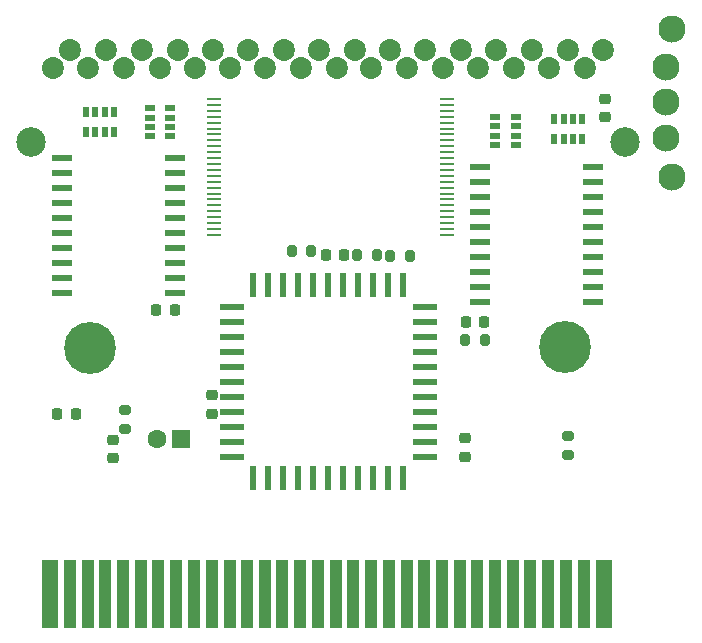
<source format=gbr>
%TF.GenerationSoftware,KiCad,Pcbnew,(6.0.2)*%
%TF.CreationDate,2022-08-24T14:22:50-05:00*%
%TF.ProjectId,CP RSF,43502052-5346-42e6-9b69-6361645f7063,rev?*%
%TF.SameCoordinates,Original*%
%TF.FileFunction,Soldermask,Top*%
%TF.FilePolarity,Negative*%
%FSLAX46Y46*%
G04 Gerber Fmt 4.6, Leading zero omitted, Abs format (unit mm)*
G04 Created by KiCad (PCBNEW (6.0.2)) date 2022-08-24 14:22:50*
%MOMM*%
%LPD*%
G01*
G04 APERTURE LIST*
G04 Aperture macros list*
%AMRoundRect*
0 Rectangle with rounded corners*
0 $1 Rounding radius*
0 $2 $3 $4 $5 $6 $7 $8 $9 X,Y pos of 4 corners*
0 Add a 4 corners polygon primitive as box body*
4,1,4,$2,$3,$4,$5,$6,$7,$8,$9,$2,$3,0*
0 Add four circle primitives for the rounded corners*
1,1,$1+$1,$2,$3*
1,1,$1+$1,$4,$5*
1,1,$1+$1,$6,$7*
1,1,$1+$1,$8,$9*
0 Add four rect primitives between the rounded corners*
20,1,$1+$1,$2,$3,$4,$5,0*
20,1,$1+$1,$4,$5,$6,$7,0*
20,1,$1+$1,$6,$7,$8,$9,0*
20,1,$1+$1,$8,$9,$2,$3,0*%
G04 Aperture macros list end*
%ADD10C,2.300000*%
%ADD11RoundRect,0.225000X-0.225000X-0.250000X0.225000X-0.250000X0.225000X0.250000X-0.225000X0.250000X0*%
%ADD12C,4.400000*%
%ADD13R,1.803400X0.533400*%
%ADD14R,0.939800X0.508000*%
%ADD15RoundRect,0.200000X0.200000X0.275000X-0.200000X0.275000X-0.200000X-0.275000X0.200000X-0.275000X0*%
%ADD16RoundRect,0.225000X-0.250000X0.225000X-0.250000X-0.225000X0.250000X-0.225000X0.250000X0.225000X0*%
%ADD17R,1.206500X0.279400*%
%ADD18RoundRect,0.225000X0.250000X-0.225000X0.250000X0.225000X-0.250000X0.225000X-0.250000X-0.225000X0*%
%ADD19C,2.500000*%
%ADD20R,0.584200X2.006600*%
%ADD21R,2.006600X0.584200*%
%ADD22R,1.600000X1.600000*%
%ADD23C,1.600000*%
%ADD24RoundRect,0.225000X0.225000X0.250000X-0.225000X0.250000X-0.225000X-0.250000X0.225000X-0.250000X0*%
%ADD25RoundRect,0.200000X-0.275000X0.200000X-0.275000X-0.200000X0.275000X-0.200000X0.275000X0.200000X0*%
%ADD26R,0.508000X0.939800*%
%ADD27C,1.860000*%
%ADD28R,1.430000X5.760000*%
%ADD29R,1.030000X5.760000*%
G04 APERTURE END LIST*
D10*
%TO.C,S1*%
X169552000Y-84772000D03*
X169540000Y-81722000D03*
X169568000Y-78698000D03*
X170027000Y-88067000D03*
X170038000Y-75501000D03*
%TD*%
D11*
%TO.C,C4*%
X140729000Y-94621000D03*
X142279000Y-94621000D03*
%TD*%
D12*
%TO.C,Hole3*%
X161043000Y-102433000D03*
%TD*%
D13*
%TO.C,U2*%
X153823800Y-87158000D03*
X153823800Y-88428000D03*
X153823800Y-89698000D03*
X153823800Y-90968000D03*
X153823800Y-92238000D03*
X153823800Y-93508000D03*
X153823800Y-94778000D03*
X153823800Y-96048000D03*
X153823800Y-97318000D03*
X153823800Y-98588000D03*
X163374200Y-98588000D03*
X163374200Y-97318000D03*
X163374200Y-96048000D03*
X163374200Y-94778000D03*
X163374200Y-93508000D03*
X163374200Y-92238000D03*
X163374200Y-90968000D03*
X163374200Y-89698000D03*
X163374200Y-88428000D03*
X163374200Y-87158000D03*
%TD*%
D14*
%TO.C,RP1*%
X125842000Y-82216401D03*
X125842000Y-83016002D03*
X125842000Y-83816000D03*
X125842000Y-84603201D03*
X127569200Y-84603201D03*
X127569200Y-83816000D03*
X127569200Y-83016002D03*
X127569200Y-82216401D03*
%TD*%
D15*
%TO.C,R5*%
X145061000Y-94653000D03*
X143411000Y-94653000D03*
%TD*%
D16*
%TO.C,C6*%
X131098000Y-106511000D03*
X131098000Y-108061000D03*
%TD*%
D17*
%TO.C,U3*%
X131322150Y-81431001D03*
X131322150Y-81931000D03*
X131322150Y-82430999D03*
X131322150Y-82931001D03*
X131322150Y-83431000D03*
X131322150Y-83930999D03*
X131322150Y-84431000D03*
X131322150Y-84930999D03*
X131322150Y-85431001D03*
X131322150Y-85931000D03*
X131322150Y-86430999D03*
X131322150Y-86931000D03*
X131322150Y-87431000D03*
X131322150Y-87931001D03*
X131322150Y-88431000D03*
X131322150Y-88930999D03*
X131322150Y-89431001D03*
X131322150Y-89931000D03*
X131322150Y-90431001D03*
X131322150Y-90931000D03*
X131322150Y-91430999D03*
X131322150Y-91931001D03*
X131322150Y-92431000D03*
X131322150Y-92931001D03*
X151019850Y-92930999D03*
X151019850Y-92431000D03*
X151019850Y-91931001D03*
X151019850Y-91430999D03*
X151019850Y-90931000D03*
X151019850Y-90430999D03*
X151019850Y-89931000D03*
X151019850Y-89431001D03*
X151019850Y-88930999D03*
X151019850Y-88431000D03*
X151019850Y-87930998D03*
X151019850Y-87431000D03*
X151019850Y-86931000D03*
X151019850Y-86430999D03*
X151019850Y-85931000D03*
X151019850Y-85431001D03*
X151019850Y-84930999D03*
X151019850Y-84431000D03*
X151019850Y-83930999D03*
X151019850Y-83431000D03*
X151019850Y-82931001D03*
X151019850Y-82430999D03*
X151019850Y-81931000D03*
X151019850Y-81430999D03*
%TD*%
D18*
%TO.C,C1*%
X122754000Y-111841000D03*
X122754000Y-110291000D03*
%TD*%
D19*
%TO.C,Hole1*%
X115831000Y-85035000D03*
%TD*%
D20*
%TO.C,U4*%
X140959000Y-113557800D03*
X142229000Y-113557800D03*
X143499000Y-113557800D03*
X144769000Y-113557800D03*
X146039000Y-113557800D03*
X147309000Y-113557800D03*
D21*
X149137800Y-111729000D03*
X149137800Y-110459000D03*
X149137800Y-109189000D03*
X149137800Y-107919000D03*
X149137800Y-106649000D03*
X149137800Y-105379000D03*
X149137800Y-104109000D03*
X149137800Y-102839000D03*
X149137800Y-101569000D03*
X149137800Y-100299000D03*
X149137800Y-99029000D03*
D20*
X147309000Y-97200200D03*
X146039000Y-97200200D03*
X144769000Y-97200200D03*
X143499000Y-97200200D03*
X142229000Y-97200200D03*
X140959000Y-97200200D03*
X139689000Y-97200200D03*
X138419000Y-97200200D03*
X137149000Y-97200200D03*
X135879000Y-97200200D03*
X134609000Y-97200200D03*
D21*
X132780200Y-99029000D03*
X132780200Y-100299000D03*
X132780200Y-101569000D03*
X132780200Y-102839000D03*
X132780200Y-104109000D03*
X132780200Y-105379000D03*
X132780200Y-106649000D03*
X132780200Y-107919000D03*
X132780200Y-109189000D03*
X132780200Y-110459000D03*
X132780200Y-111729000D03*
D20*
X134609000Y-113557800D03*
X135879000Y-113557800D03*
X137149000Y-113557800D03*
X138419000Y-113557800D03*
X139689000Y-113557800D03*
%TD*%
D15*
%TO.C,R3*%
X147840000Y-94693000D03*
X146190000Y-94693000D03*
%TD*%
D22*
%TO.C,C8*%
X128473100Y-110218000D03*
D23*
X126473100Y-110218000D03*
%TD*%
D19*
%TO.C,Hole2*%
X166073000Y-85049000D03*
%TD*%
D14*
%TO.C,RP4*%
X156838000Y-85351400D03*
X156838000Y-84551799D03*
X156838000Y-83751801D03*
X156838000Y-82964600D03*
X155110800Y-82964600D03*
X155110800Y-83751801D03*
X155110800Y-84551799D03*
X155110800Y-85351400D03*
%TD*%
D24*
%TO.C,C3*%
X154142000Y-100336000D03*
X152592000Y-100336000D03*
%TD*%
D11*
%TO.C,C5*%
X118016000Y-108068000D03*
X119566000Y-108068000D03*
%TD*%
D15*
%TO.C,R6*%
X154188000Y-101839000D03*
X152538000Y-101839000D03*
%TD*%
D25*
%TO.C,R1*%
X161272000Y-109950000D03*
X161272000Y-111600000D03*
%TD*%
D13*
%TO.C,U1*%
X127952200Y-97827000D03*
X127952200Y-96557000D03*
X127952200Y-95287000D03*
X127952200Y-94017000D03*
X127952200Y-92747000D03*
X127952200Y-91477000D03*
X127952200Y-90207000D03*
X127952200Y-88937000D03*
X127952200Y-87667000D03*
X127952200Y-86397000D03*
X118401800Y-86397000D03*
X118401800Y-87667000D03*
X118401800Y-88937000D03*
X118401800Y-90207000D03*
X118401800Y-91477000D03*
X118401800Y-92747000D03*
X118401800Y-94017000D03*
X118401800Y-95287000D03*
X118401800Y-96557000D03*
X118401800Y-97827000D03*
%TD*%
D18*
%TO.C,C9*%
X164396000Y-82939000D03*
X164396000Y-81389000D03*
%TD*%
D26*
%TO.C,RP2*%
X120434400Y-84228000D03*
X121234001Y-84228000D03*
X122033999Y-84228000D03*
X122821200Y-84228000D03*
X122821200Y-82500800D03*
X122033999Y-82500800D03*
X121234001Y-82500800D03*
X120434400Y-82500800D03*
%TD*%
D27*
%TO.C,J2*%
X164245000Y-77303000D03*
X162698500Y-78811000D03*
X161230100Y-77302900D03*
X159682000Y-78809000D03*
X158212000Y-77303000D03*
X156666000Y-78811000D03*
X155197600Y-77302900D03*
X153648000Y-78810000D03*
X152222000Y-77304000D03*
X150673200Y-78811000D03*
X149165100Y-77302900D03*
X147613000Y-78811000D03*
X146148800Y-77302900D03*
X144599000Y-78811000D03*
X143213000Y-77302000D03*
X141662000Y-78812000D03*
X140192000Y-77303000D03*
X138647000Y-78810000D03*
X137178000Y-77304000D03*
X135630000Y-78812000D03*
X134162000Y-77302000D03*
X132617000Y-78810000D03*
X131184000Y-77301000D03*
X129640000Y-78811000D03*
X128249000Y-77306000D03*
X126698000Y-78809000D03*
X125153000Y-77304000D03*
X123646000Y-78811000D03*
X122139000Y-77304000D03*
X120632000Y-78819000D03*
X119117000Y-77304000D03*
X117613500Y-78811000D03*
%TD*%
D28*
%TO.C,J1*%
X117389000Y-123302000D03*
D29*
X119084000Y-123298000D03*
X120579000Y-123298000D03*
X122086000Y-123298000D03*
X123577000Y-123298000D03*
X125084000Y-123298000D03*
X126579000Y-123298000D03*
X128086000Y-123308000D03*
X129580000Y-123303000D03*
X131079000Y-123307000D03*
X132598000Y-123307000D03*
X134081000Y-123307000D03*
X135588000Y-123307000D03*
X137081000Y-123306000D03*
X138588000Y-123306000D03*
X140095000Y-123306000D03*
X141578000Y-123306000D03*
X143080000Y-123306000D03*
X144586000Y-123306000D03*
X146081000Y-123306000D03*
X147588000Y-123306000D03*
X149083000Y-123306000D03*
X150587000Y-123311000D03*
X152082000Y-123299000D03*
X153577000Y-123299000D03*
X155084000Y-123299000D03*
X156584000Y-123298000D03*
X158079000Y-123298000D03*
X159598000Y-123298000D03*
X161087000Y-123305000D03*
X162582000Y-123305000D03*
D28*
X164280000Y-123305000D03*
%TD*%
D26*
%TO.C,RP3*%
X160081000Y-84827000D03*
X160880601Y-84827000D03*
X161680599Y-84827000D03*
X162467800Y-84827000D03*
X162467800Y-83099800D03*
X161680599Y-83099800D03*
X160880601Y-83099800D03*
X160081000Y-83099800D03*
%TD*%
D12*
%TO.C,Hole4*%
X120795000Y-102481000D03*
%TD*%
D25*
%TO.C,R2*%
X123711000Y-107745000D03*
X123711000Y-109395000D03*
%TD*%
D18*
%TO.C,C7*%
X152500000Y-111698000D03*
X152500000Y-110148000D03*
%TD*%
D15*
%TO.C,R4*%
X139538000Y-94283000D03*
X137888000Y-94283000D03*
%TD*%
D24*
%TO.C,C2*%
X127943000Y-99286000D03*
X126393000Y-99286000D03*
%TD*%
M02*

</source>
